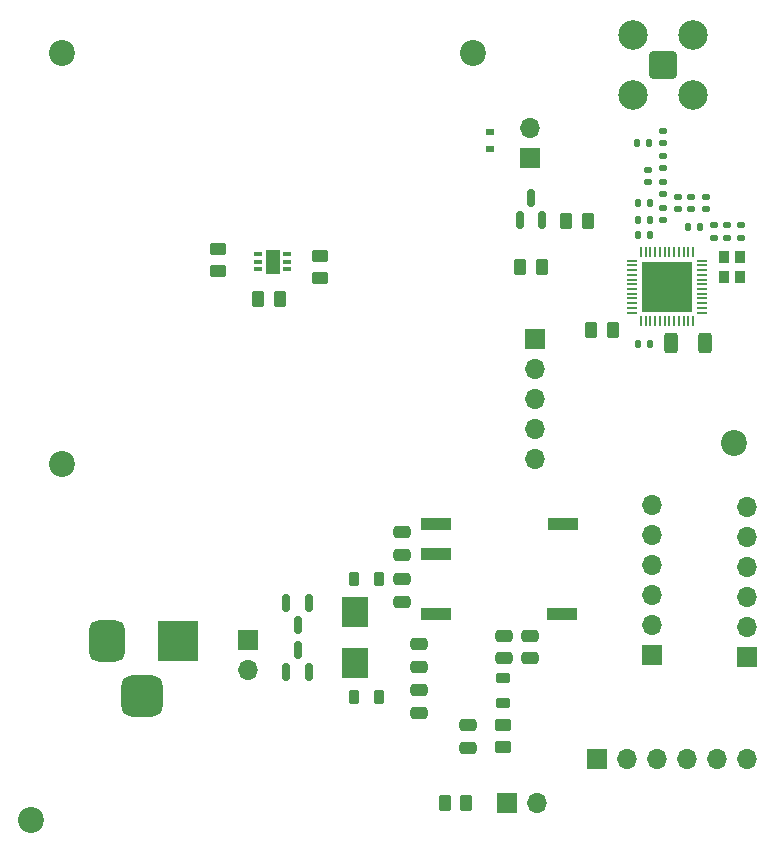
<source format=gbr>
%TF.GenerationSoftware,KiCad,Pcbnew,(6.0.7)*%
%TF.CreationDate,2022-10-02T00:57:54+02:00*%
%TF.ProjectId,sensor_modul,73656e73-6f72-45f6-9d6f-64756c2e6b69,rev?*%
%TF.SameCoordinates,Original*%
%TF.FileFunction,Soldermask,Top*%
%TF.FilePolarity,Negative*%
%FSLAX46Y46*%
G04 Gerber Fmt 4.6, Leading zero omitted, Abs format (unit mm)*
G04 Created by KiCad (PCBNEW (6.0.7)) date 2022-10-02 00:57:54*
%MOMM*%
%LPD*%
G01*
G04 APERTURE LIST*
G04 Aperture macros list*
%AMRoundRect*
0 Rectangle with rounded corners*
0 $1 Rounding radius*
0 $2 $3 $4 $5 $6 $7 $8 $9 X,Y pos of 4 corners*
0 Add a 4 corners polygon primitive as box body*
4,1,4,$2,$3,$4,$5,$6,$7,$8,$9,$2,$3,0*
0 Add four circle primitives for the rounded corners*
1,1,$1+$1,$2,$3*
1,1,$1+$1,$4,$5*
1,1,$1+$1,$6,$7*
1,1,$1+$1,$8,$9*
0 Add four rect primitives between the rounded corners*
20,1,$1+$1,$2,$3,$4,$5,0*
20,1,$1+$1,$4,$5,$6,$7,0*
20,1,$1+$1,$6,$7,$8,$9,0*
20,1,$1+$1,$8,$9,$2,$3,0*%
G04 Aperture macros list end*
%ADD10RoundRect,0.200100X-0.949900X-0.949900X0.949900X-0.949900X0.949900X0.949900X-0.949900X0.949900X0*%
%ADD11C,2.500000*%
%ADD12RoundRect,0.135000X0.135000X0.185000X-0.135000X0.185000X-0.135000X-0.185000X0.135000X-0.185000X0*%
%ADD13RoundRect,0.218750X-0.218750X-0.381250X0.218750X-0.381250X0.218750X0.381250X-0.218750X0.381250X0*%
%ADD14RoundRect,0.250000X-0.450000X0.262500X-0.450000X-0.262500X0.450000X-0.262500X0.450000X0.262500X0*%
%ADD15C,2.200000*%
%ADD16RoundRect,0.250000X-0.475000X0.250000X-0.475000X-0.250000X0.475000X-0.250000X0.475000X0.250000X0*%
%ADD17R,3.500000X3.500000*%
%ADD18RoundRect,0.750000X-0.750000X-1.000000X0.750000X-1.000000X0.750000X1.000000X-0.750000X1.000000X0*%
%ADD19RoundRect,0.875000X-0.875000X-0.875000X0.875000X-0.875000X0.875000X0.875000X-0.875000X0.875000X0*%
%ADD20RoundRect,0.135000X-0.185000X0.135000X-0.185000X-0.135000X0.185000X-0.135000X0.185000X0.135000X0*%
%ADD21R,0.700000X0.600000*%
%ADD22RoundRect,0.150000X-0.150000X0.587500X-0.150000X-0.587500X0.150000X-0.587500X0.150000X0.587500X0*%
%ADD23R,1.700000X1.700000*%
%ADD24O,1.700000X1.700000*%
%ADD25RoundRect,0.218750X-0.381250X0.218750X-0.381250X-0.218750X0.381250X-0.218750X0.381250X0.218750X0*%
%ADD26RoundRect,0.150000X0.150000X-0.587500X0.150000X0.587500X-0.150000X0.587500X-0.150000X-0.587500X0*%
%ADD27RoundRect,0.135000X-0.135000X-0.185000X0.135000X-0.185000X0.135000X0.185000X-0.135000X0.185000X0*%
%ADD28RoundRect,0.050000X0.350000X0.050000X-0.350000X0.050000X-0.350000X-0.050000X0.350000X-0.050000X0*%
%ADD29RoundRect,0.050000X0.050000X0.350000X-0.050000X0.350000X-0.050000X-0.350000X0.050000X-0.350000X0*%
%ADD30R,4.300000X4.300000*%
%ADD31RoundRect,0.135000X0.185000X-0.135000X0.185000X0.135000X-0.185000X0.135000X-0.185000X-0.135000X0*%
%ADD32RoundRect,0.250000X-0.262500X-0.450000X0.262500X-0.450000X0.262500X0.450000X-0.262500X0.450000X0*%
%ADD33RoundRect,0.250000X-0.312500X-0.625000X0.312500X-0.625000X0.312500X0.625000X-0.312500X0.625000X0*%
%ADD34RoundRect,0.250000X0.475000X-0.250000X0.475000X0.250000X-0.475000X0.250000X-0.475000X-0.250000X0*%
%ADD35R,2.500000X1.000000*%
%ADD36RoundRect,0.075000X-0.300000X-0.075000X0.300000X-0.075000X0.300000X0.075000X-0.300000X0.075000X0*%
%ADD37R,1.300000X2.000000*%
%ADD38R,2.300000X2.500000*%
%ADD39RoundRect,0.250000X0.450000X-0.262500X0.450000X0.262500X-0.450000X0.262500X-0.450000X-0.262500X0*%
%ADD40RoundRect,0.250000X0.262500X0.450000X-0.262500X0.450000X-0.262500X-0.450000X0.262500X-0.450000X0*%
%ADD41R,0.900000X1.100000*%
G04 APERTURE END LIST*
D10*
%TO.C,J2*%
X117900000Y-32500000D03*
D11*
X115360000Y-35040000D03*
X115360000Y-29960000D03*
X120440000Y-29960000D03*
X120440000Y-35040000D03*
%TD*%
D12*
%TO.C,C10*%
X116810000Y-45600000D03*
X115790000Y-45600000D03*
%TD*%
D13*
%TO.C,FB1*%
X91737500Y-76000000D03*
X93862500Y-76000000D03*
%TD*%
D14*
%TO.C,C1*%
X104300000Y-88387500D03*
X104300000Y-90212500D03*
%TD*%
D12*
%TO.C,C14*%
X116810000Y-46900000D03*
X115790000Y-46900000D03*
%TD*%
D15*
%TO.C,H6*%
X67000000Y-66300000D03*
%TD*%
D16*
%TO.C,C19*%
X95800000Y-76050000D03*
X95800000Y-77950000D03*
%TD*%
D17*
%TO.C,J3*%
X76800000Y-81242500D03*
D18*
X70800000Y-81242500D03*
D19*
X73800000Y-85942500D03*
%TD*%
D20*
%TO.C,L2*%
X117900000Y-40190000D03*
X117900000Y-41210000D03*
%TD*%
D21*
%TO.C,D3*%
X103200000Y-38200000D03*
X103200000Y-39600000D03*
%TD*%
D22*
%TO.C,D4*%
X87875000Y-78037500D03*
X85975000Y-78037500D03*
X86925000Y-79912500D03*
%TD*%
D23*
%TO.C,TH1*%
X104625000Y-95000000D03*
D24*
X107165000Y-95000000D03*
%TD*%
D25*
%TO.C,FB3*%
X104300000Y-84437500D03*
X104300000Y-86562500D03*
%TD*%
D23*
%TO.C,J1*%
X116900000Y-82450000D03*
D24*
X116900000Y-79910000D03*
X116900000Y-77370000D03*
X116900000Y-74830000D03*
X116900000Y-72290000D03*
X116900000Y-69750000D03*
%TD*%
D14*
%TO.C,R2*%
X80200000Y-48087500D03*
X80200000Y-49912500D03*
%TD*%
D26*
%TO.C,Q1*%
X105725000Y-45637500D03*
X107625000Y-45637500D03*
X106675000Y-43762500D03*
%TD*%
D27*
%TO.C,C12*%
X119990000Y-46200000D03*
X121010000Y-46200000D03*
%TD*%
D23*
%TO.C,J4*%
X112250000Y-91300000D03*
D24*
X114790000Y-91300000D03*
X117330000Y-91300000D03*
X119870000Y-91300000D03*
X122410000Y-91300000D03*
X124950000Y-91300000D03*
%TD*%
D16*
%TO.C,C22*%
X101400000Y-88400000D03*
X101400000Y-90300000D03*
%TD*%
D12*
%TO.C,C8*%
X116810000Y-44200000D03*
X115790000Y-44200000D03*
%TD*%
D28*
%TO.C,U2*%
X121160000Y-53465000D03*
X121160000Y-53065000D03*
X121160000Y-52665000D03*
X121160000Y-52265000D03*
X121160000Y-51865000D03*
X121160000Y-51465000D03*
X121160000Y-51065000D03*
X121160000Y-50665000D03*
X121160000Y-50265000D03*
X121160000Y-49865000D03*
X121160000Y-49465000D03*
X121160000Y-49065000D03*
D29*
X120410000Y-48315000D03*
X120010000Y-48315000D03*
X119610000Y-48315000D03*
X119210000Y-48315000D03*
X118810000Y-48315000D03*
X118410000Y-48315000D03*
X118010000Y-48315000D03*
X117610000Y-48315000D03*
X117210000Y-48315000D03*
X116810000Y-48315000D03*
X116410000Y-48315000D03*
X116010000Y-48315000D03*
D28*
X115260000Y-49065000D03*
X115260000Y-49465000D03*
X115260000Y-49865000D03*
X115260000Y-50265000D03*
X115260000Y-50665000D03*
X115260000Y-51065000D03*
X115260000Y-51465000D03*
X115260000Y-51865000D03*
X115260000Y-52265000D03*
X115260000Y-52665000D03*
X115260000Y-53065000D03*
X115260000Y-53465000D03*
D29*
X116010000Y-54215000D03*
X116410000Y-54215000D03*
X116810000Y-54215000D03*
X117210000Y-54215000D03*
X117610000Y-54215000D03*
X118010000Y-54215000D03*
X118410000Y-54215000D03*
X118810000Y-54215000D03*
X119210000Y-54215000D03*
X119610000Y-54215000D03*
X120010000Y-54215000D03*
X120410000Y-54215000D03*
D30*
X118210000Y-51265000D03*
%TD*%
D15*
%TO.C,H2*%
X123900000Y-64500000D03*
%TD*%
D31*
%TO.C,C9*%
X122200000Y-47110000D03*
X122200000Y-46090000D03*
%TD*%
D27*
%TO.C,L6*%
X115790000Y-56100000D03*
X116810000Y-56100000D03*
%TD*%
D20*
%TO.C,L4*%
X117900000Y-42390000D03*
X117900000Y-43410000D03*
%TD*%
D32*
%TO.C,R5*%
X105762500Y-49600000D03*
X107587500Y-49600000D03*
%TD*%
D26*
%TO.C,D5*%
X85975000Y-83912500D03*
X87875000Y-83912500D03*
X86925000Y-82037500D03*
%TD*%
D33*
%TO.C,C15*%
X118537500Y-56000000D03*
X121462500Y-56000000D03*
%TD*%
D32*
%TO.C,R3*%
X99387500Y-95000000D03*
X101212500Y-95000000D03*
%TD*%
D34*
%TO.C,C18*%
X95800000Y-73950000D03*
X95800000Y-72050000D03*
%TD*%
D35*
%TO.C,U3*%
X98664450Y-71405900D03*
X98664450Y-73945900D03*
X98616750Y-78975100D03*
X109335550Y-78949700D03*
X109383250Y-71380500D03*
%TD*%
D23*
%TO.C,J7*%
X107000000Y-55675000D03*
D24*
X107000000Y-58215000D03*
X107000000Y-60755000D03*
X107000000Y-63295000D03*
X107000000Y-65835000D03*
%TD*%
D31*
%TO.C,C6*%
X116600000Y-42410000D03*
X116600000Y-41390000D03*
%TD*%
D20*
%TO.C,C3*%
X117900000Y-38090000D03*
X117900000Y-39110000D03*
%TD*%
D12*
%TO.C,C4*%
X116710000Y-39100000D03*
X115690000Y-39100000D03*
%TD*%
D23*
%TO.C,J6*%
X106600000Y-40375000D03*
D24*
X106600000Y-37835000D03*
%TD*%
D36*
%TO.C,U1*%
X83560000Y-48515000D03*
X83560000Y-49165000D03*
X83560000Y-49815000D03*
X86060000Y-49815000D03*
X86060000Y-49165000D03*
X86060000Y-48515000D03*
D37*
X84810000Y-49165000D03*
%TD*%
D38*
%TO.C,D1*%
X91800000Y-83150000D03*
X91800000Y-78850000D03*
%TD*%
D31*
%TO.C,C5*%
X121500000Y-44710000D03*
X121500000Y-43690000D03*
%TD*%
D13*
%TO.C,FB2*%
X91737500Y-86000000D03*
X93862500Y-86000000D03*
%TD*%
D31*
%TO.C,C7*%
X123300000Y-47110000D03*
X123300000Y-46090000D03*
%TD*%
D39*
%TO.C,R1*%
X88800000Y-50512500D03*
X88800000Y-48687500D03*
%TD*%
D40*
%TO.C,C16*%
X113612500Y-54900000D03*
X111787500Y-54900000D03*
%TD*%
%TO.C,C2*%
X85412500Y-52300000D03*
X83587500Y-52300000D03*
%TD*%
D15*
%TO.C,H1*%
X64400000Y-96400000D03*
%TD*%
D34*
%TO.C,R4*%
X97200000Y-83450000D03*
X97200000Y-81550000D03*
%TD*%
D32*
%TO.C,R6*%
X109662500Y-45700000D03*
X111487500Y-45700000D03*
%TD*%
D23*
%TO.C,J5*%
X125000000Y-82650000D03*
D24*
X125000000Y-80110000D03*
X125000000Y-77570000D03*
X125000000Y-75030000D03*
X125000000Y-72490000D03*
X125000000Y-69950000D03*
%TD*%
D20*
%TO.C,L1*%
X120200000Y-43690000D03*
X120200000Y-44710000D03*
%TD*%
D15*
%TO.C,H4*%
X101800000Y-31500000D03*
%TD*%
D16*
%TO.C,D2*%
X97200000Y-85450000D03*
X97200000Y-87350000D03*
%TD*%
D23*
%TO.C,J8*%
X82700000Y-81225000D03*
D24*
X82700000Y-83765000D03*
%TD*%
D31*
%TO.C,C13*%
X119100000Y-44710000D03*
X119100000Y-43690000D03*
%TD*%
D41*
%TO.C,Y1*%
X124350000Y-50450000D03*
X124350000Y-48750000D03*
X123050000Y-48750000D03*
X123050000Y-50450000D03*
%TD*%
D20*
%TO.C,L3*%
X124500000Y-46090000D03*
X124500000Y-47110000D03*
%TD*%
D15*
%TO.C,H3*%
X67000000Y-31500000D03*
%TD*%
D20*
%TO.C,L5*%
X117900000Y-44590000D03*
X117900000Y-45610000D03*
%TD*%
D34*
%TO.C,C21*%
X104400000Y-82750000D03*
X104400000Y-80850000D03*
%TD*%
%TO.C,C20*%
X106600000Y-82750000D03*
X106600000Y-80850000D03*
%TD*%
M02*

</source>
